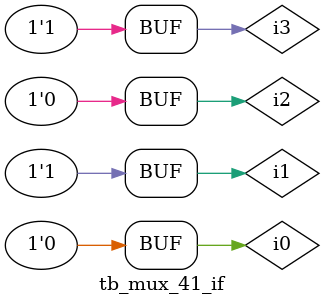
<source format=v>
`timescale 1ns / 1ps


module tb_mux_41_if();

  reg i0, i1, i2, i3;
  reg [1:0] sel;
  wire y;

  mux_41_if dut (.y(y), .sel(sel), .i0(i0), .i1(i1), .i2(i2), .i3(i3));

  initial begin
    // Initialize inputs
    i0 = 0;
    i1 = 1;
    i2 = 2;
    i3 = 3;
//    #10; $display("Test case 1: sel = 00 --> y = %h", sel = 2'b00, y);
//    #10; $display("Test case 2: sel = 01 --> y = %h", sel = 2'b01, y);
//    #10; $display("Test case 3: sel = 10 --> y = %h", sel = 2'b10, y);
//    #10; $display("Test case 4: sel = 11 --> y = %h", sel = 2'b11, y);
//    #10; $finish;
  end
  initial begin
    $monitor("sel = %h: i0 = %h, i1 = %h, i2 = %h, i3 = %h --> y = %h", sel, i0, i1, i2, i3, y);
  end
endmodule
</source>
